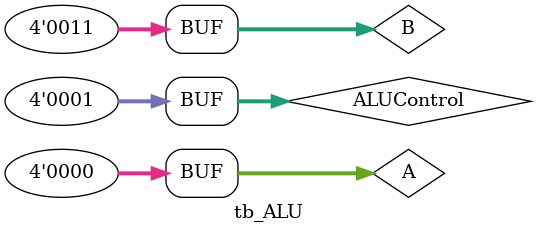
<source format=sv>
module tb_ALU();
	logic [3:0] A, B;
	logic [3:0] ALUControl;
	logic [3:0] flags;
	logic [3:0] RESULT;
	ALU_N_bits#(4) dut(A, B,ALUControl,flags,RESULT);
	
	initial 
		begin  
			A <= 0;
			B <= 0;
			ALUControl <= 0;
			# 10;
		end
	always
		begin
			A <= 4'b0111;
			B <= 4'b0011;
			ALUControl <= 4'b01;
			# 10;
			A <= 4'b0000;
			B <= 4'b0011;
			ALUControl <= 4'b01;
			# 10;
		
		end

endmodule


</source>
